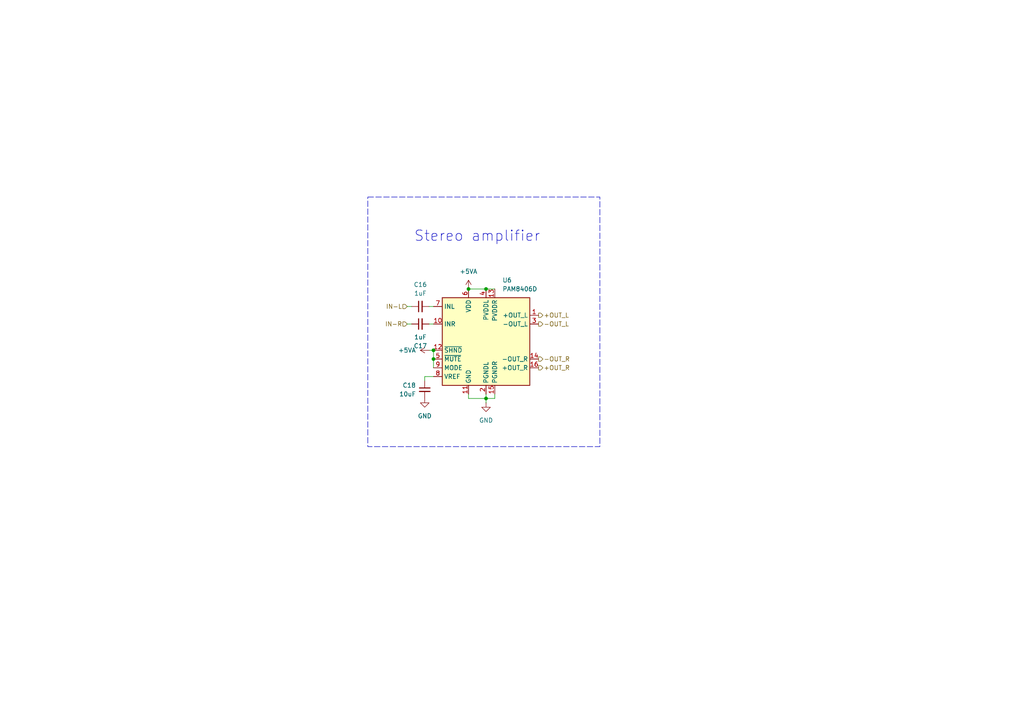
<source format=kicad_sch>
(kicad_sch (version 20231120) (generator "eeschema") (generator_version "8.0")
  (paper "A4")
  (lib_symbols
    (symbol "Amplifier_Audio:PAM8406D"
      (property "Reference" "U" (at -12.7 -15.24 0))
      (property "Value" "PAM8406D" (at -10.16 -17.78 0))
      (symbol "PAM8406D_0_1"
        (rectangle (start -12.7 12.7) (end 12.7 -12.7) (stroke (width 0.254)) (fill (type background)))
      )
      (symbol "PAM8406D_1_1"
        (pin output line (at 15.24 7.62 180) (length 2.54) (name "+OUT_L") (number "1"))
        (pin input line (at -15.24 5.08 0) (length 2.54) (name "INR") (number "10"))
        (pin power_in line (at -5.08 -15.24 90) (length 2.54) (name "GND") (number "11"))
        (pin input line (at -15.24 -2.54 0) (length 2.54) (name "~{SHND}") (number "12"))
        (pin power_in line (at 2.54 15.24 270) (length 2.54) (name "PVDDR") (number "13"))
        (pin output line (at 15.24 -5.08 180) (length 2.54) (name "-OUT_R") (number "14"))
        (pin power_in line (at 2.54 -15.24 90) (length 2.54) (name "PGNDR") (number "15"))
        (pin output line (at 15.24 -7.62 180) (length 2.54) (name "+OUT_R") (number "16"))
        (pin power_in line (at 0 -15.24 90) (length 2.54) (name "PGNDL") (number "2"))
        (pin output line (at 15.24 5.08 180) (length 2.54) (name "-OUT_L") (number "3"))
        (pin power_in line (at 0 15.24 270) (length 2.54) (name "PVDDL") (number "4"))
        (pin input line (at -15.24 -5.08 0) (length 2.54) (name "~{MUTE}") (number "5"))
        (pin power_in line (at -5.08 15.24 270) (length 2.54) (name "VDD") (number "6"))
        (pin input line (at -15.24 10.16 0) (length 2.54) (name "INL") (number "7"))
        (pin passive line (at -15.24 -10.16 0) (length 2.54) (name "VREF") (number "8"))
        (pin input line (at -15.24 -7.62 0) (length 2.54) (name "MODE") (number "9"))
      )
    )
    (symbol "Device:C_Small" (pin_numbers hide) (pin_names (offset 0.254) hide)
      (property "Reference" "C" (at 0.254 1.778 0))
      (property "Value" "C_Small" (at 0.254 -2.032 0))
      (symbol "C_Small_0_1"
        (polyline (pts (xy -1.524 -0.508) (xy 1.524 -0.508)) (stroke (width 0.3302)))
        (polyline (pts (xy -1.524 0.508) (xy 1.524 0.508)) (stroke (width 0.3048)))
      )
      (symbol "C_Small_1_1"
        (pin passive line (at 0 2.54 270) (length 2.032) (name "~") (number "1"))
        (pin passive line (at 0 -2.54 90) (length 2.032) (name "~") (number "2"))
      )
    )
    (symbol "power:+5VA" (power) (pin_numbers hide) (pin_names (offset 0) hide)
      (property "Value" "+5VA" (at 0 3.556 0))
      (symbol "+5VA_0_1"
        (polyline (pts (xy -0.762 1.27) (xy 0 2.54)))
        (polyline (pts (xy 0 0) (xy 0 2.54)))
        (polyline (pts (xy 0 2.54) (xy 0.762 1.27)))
      )
      (symbol "+5VA_1_1"
        (pin power_in line (at 0 0 90) (length 0) (name "~") (number "1"))
      )
    )
    (symbol "power:GND" (power) (pin_numbers hide) (pin_names (offset 0) hide)
      (property "Value" "GND" (at 0 -3.81 0))
      (symbol "GND_0_1"
        (polyline (pts (xy 0 0) (xy 0 -1.27) (xy 1.27 -1.27) (xy 0 -2.54) (xy -1.27 -1.27) (xy 0 -1.27)))
      )
      (symbol "GND_1_1"
        (pin power_in line (at 0 0 270) (length 0) (name "~") (number "1"))
      )
    )
  )
  (junction (at 125.73 101.6))
  (junction (at 125.73 104.14))
  (junction (at 140.97 115.57))
  (junction (at 135.89 83.82))
  (junction (at 140.97 83.82))
  (wire (pts (xy 123.19 109.22) (xy 123.19 110.49)))
  (wire (pts (xy 140.97 115.57) (xy 140.97 116.84)))
  (wire (pts (xy 125.73 101.6) (xy 125.73 104.14)))
  (wire (pts (xy 124.46 93.98) (xy 125.73 93.98)))
  (wire (pts (xy 119.38 88.9) (xy 118.11 88.9)))
  (wire (pts (xy 125.73 104.14) (xy 125.73 106.68)))
  (wire (pts (xy 140.97 114.3) (xy 140.97 115.57)))
  (wire (pts (xy 125.73 109.22) (xy 123.19 109.22)))
  (wire (pts (xy 119.38 93.98) (xy 118.11 93.98)))
  (wire (pts (xy 140.97 83.82) (xy 143.51 83.82)))
  (wire (pts (xy 143.51 115.57) (xy 140.97 115.57)))
  (wire (pts (xy 124.46 101.6) (xy 125.73 101.6)))
  (wire (pts (xy 135.89 115.57) (xy 140.97 115.57)))
  (wire (pts (xy 143.51 114.3) (xy 143.51 115.57)))
  (wire (pts (xy 135.89 114.3) (xy 135.89 115.57)))
  (wire (pts (xy 124.46 88.9) (xy 125.73 88.9)))
  (wire (pts (xy 135.89 83.82) (xy 140.97 83.82)))
  (rectangle (start 106.68 57.15) (end 173.99 129.54) (stroke (width 0) (type dash)))
  (text "Stereo amplifier" (at 138.43 68.58 0) (effects (font (size 3 3))))
  (hierarchical_label "-OUT_L" (shape output) (at 156.21 93.98 0))
  (hierarchical_label "IN-R" (shape input) (at 118.11 93.98 180))
  (hierarchical_label "-OUT_R" (shape output) (at 156.21 104.14 0))
  (hierarchical_label "+OUT_L" (shape output) (at 156.21 91.44 0))
  (hierarchical_label "+OUT_R" (shape output) (at 156.21 106.68 0))
  (hierarchical_label "IN-L" (shape input) (at 118.11 88.9 180))
  (symbol (lib_id "Device:C_Small") (at 121.92 88.9 90) (unit 1)
    (property "Reference" "C16" (at 121.9263 82.55 90))
    (property "Value" "1uF" (at 121.9263 85.09 90))
    (property "Footprint" "Capacitor_SMD:C_0603_1608Metric" (effects (hide yes)))
    (property "Description" "Unpolarized capacitor, small symbol" (effects (hide yes)))
  )
  (symbol (lib_id "Amplifier_Audio:PAM8406D") (at 140.97 99.06 0) (unit 1)
    (property "Reference" "U6" (at 145.7041 81.28 0) (effects (justify left)))
    (property "Value" "PAM8406D" (at 145.7041 83.82 0) (effects (justify left)))
    (property "Footprint" "Package_SO:SOP-16_3.9x9.9mm_P1.27mm" (effects (hide yes)))
    (property "Datasheet" "https://www.diodes.com/assets/Datasheets/PAM8406.pdf" (effects (hide yes)))
    (property "Description" "Filterless Class-D / Class-AB Stereo Audio Amplifier, 5.0W, SOIC-16" (effects (hide yes)))
  )
  (symbol (lib_id "Device:C_Small") (at 121.92 93.98 90) (mirror x) (unit 1)
    (property "Reference" "C17" (at 121.9263 100.33 90))
    (property "Value" "1uF" (at 121.9263 97.79 90))
    (property "Footprint" "Capacitor_SMD:C_0603_1608Metric" (effects (hide yes)))
    (property "Description" "Unpolarized capacitor, small symbol" (effects (hide yes)))
  )
  (symbol (lib_id "power:+5VA") (at 124.46 101.6 90) (unit 1)
    (property "Reference" "#PWR032" (effects (hide yes)))
    (property "Value" "+5VA" (at 120.65 101.5999 90) (effects (justify left)))
    (property "Description" "Power symbol creates a global label with name \"+5VA\"" (effects (hide yes)))
  )
  (symbol (lib_id "Device:C_Small") (at 123.19 113.03 0) (mirror y) (unit 1)
    (property "Reference" "C18" (at 120.65 111.7662 0) (effects (justify left)))
    (property "Value" "10uF" (at 120.65 114.3062 0) (effects (justify left)))
    (property "Footprint" "Capacitor_SMD:C_0603_1608Metric" (effects (hide yes)))
    (property "Description" "Unpolarized capacitor, small symbol" (effects (hide yes)))
  )
  (symbol (lib_id "power:GND") (at 123.19 115.57 0) (unit 1)
    (property "Reference" "#PWR031" (effects (hide yes)))
    (property "Value" "GND" (at 123.19 120.65 0))
    (property "Description" "Power symbol creates a global label with name \"GND\" , ground" (effects (hide yes)))
  )
  (symbol (lib_id "power:+5VA") (at 135.89 83.82 0) (unit 1)
    (property "Reference" "#PWR033" (effects (hide yes)))
    (property "Value" "+5VA" (at 135.89 78.74 0))
    (property "Description" "Power symbol creates a global label with name \"+5VA\"" (effects (hide yes)))
  )
  (symbol (lib_id "power:GND") (at 140.97 116.84 0) (unit 1)
    (property "Reference" "#PWR034" (effects (hide yes)))
    (property "Value" "GND" (at 140.97 121.92 0))
    (property "Description" "Power symbol creates a global label with name \"GND\" , ground" (effects (hide yes)))
  )
)
</source>
